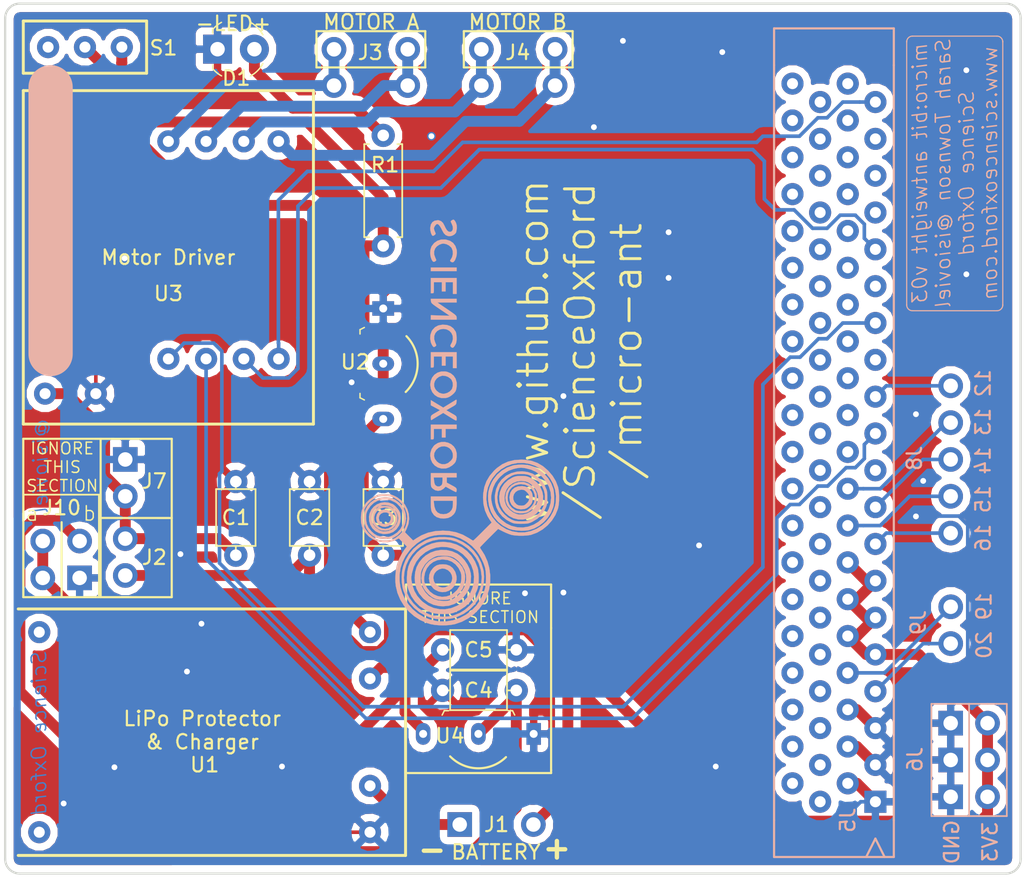
<source format=kicad_pcb>
(kicad_pcb (version 4) (host pcbnew 4.0.7)
  (title_block (title "micro:bit antweight") (date 2019-07-15) (rev v03) (company "Science Oxford @ScienceOxford") (comment 3 "License: CC BY-SA 4.0") (comment 4 "Author: Sarah Townson @isioviel"))
  (layers (0 F.Cu signal) (31 B.Cu signal) (34 B.Paste user hide) (35 F.Paste user hide) (36 B.SilkS user) (37 F.SilkS user) (38 B.Mask user) (39 F.Mask user) (44 Edge.Cuts user))
  (net 0 "")
  (net 1 GND)
  (net 2 "Net-(C2-Pad2)")
  (net 3 "Net-(D1-Pad2)")
  (net 4 "Net-(J1-Pad1)")
  (net 5 "Net-(J1-Pad2)")
  (net 6 "Net-(J3-Pad1)")
  (net 7 "Net-(J3-Pad2)")
  (net 8 "Net-(J4-Pad1)")
  (net 9 "Net-(J4-Pad2)")
  (net 10 "Net-(J5-Pad80)")
  (net 11 "Net-(J5-Pad78)")
  (net 12 "Net-(J5-Pad76)")
  (net 13 "Net-(J5-Pad74)")
  (net 14 "Net-(J5-Pad72)")
  (net 15 "Net-(J5-Pad70)")
  (net 16 "Net-(J5-Pad68)")
  (net 17 "Net-(J5-Pad66)")
  (net 18 "Net-(J5-Pad64)")
  (net 19 "Net-(J5-Pad62)")
  (net 20 "Net-(J5-Pad60)")
  (net 21 "Net-(J5-Pad58)")
  (net 22 "Net-(J5-Pad56)")
  (net 23 "Net-(J5-Pad54)")
  (net 24 "Net-(J5-Pad52)")
  (net 25 "Net-(J5-Pad50)")
  (net 26 "Net-(J5-Pad48)")
  (net 27 "Net-(J5-Pad46)")
  (net 28 "Net-(J5-Pad43)")
  (net 29 "Net-(J5-Pad47)")
  (net 30 "Net-(J5-Pad51)")
  (net 31 "Net-(J5-Pad55)")
  (net 32 "Net-(J5-Pad59)")
  (net 33 "Net-(J5-Pad63)")
  (net 34 "Net-(J5-Pad67)")
  (net 35 "Net-(J5-Pad71)")
  (net 36 "Net-(J5-Pad75)")
  (net 37 "Net-(J5-Pad79)")
  (net 38 P12)
  (net 39 "Net-(J5-Pad49)")
  (net 40 MB8)
  (net 41 "Net-(J5-Pad57)")
  (net 42 MB1)
  (net 43 "Net-(J5-Pad65)")
  (net 44 "Net-(J5-Pad69)")
  (net 45 "Net-(J5-Pad73)")
  (net 46 MB0)
  (net 47 "Net-(J5-Pad44)")
  (net 48 "Net-(J5-Pad4)")
  (net 49 "Net-(J5-Pad2)")
  (net 50 MB2)
  (net 51 "Net-(J5-Pad37)")
  (net 52 P14)
  (net 53 P16)
  (net 54 P3V3)
  (net 55 P_20)
  (net 56 "Net-(J5-Pad39)")
  (net 57 P13)
  (net 58 P15)
  (net 59 P_19)
  (net 60 "Net-(J5-Pad6)")
  (net 61 "Net-(J5-Pad8)")
  (net 62 "Net-(J5-Pad10)")
  (net 63 "Net-(J5-Pad12)")
  (net 64 "Net-(J5-Pad14)")
  (net 65 "Net-(J5-Pad16)")
  (net 66 "Net-(J5-Pad18)")
  (net 67 "Net-(J5-Pad20)")
  (net 68 "Net-(J5-Pad22)")
  (net 69 "Net-(J5-Pad24)")
  (net 70 "Net-(J5-Pad26)")
  (net 71 "Net-(J5-Pad28)")
  (net 72 "Net-(J5-Pad30)")
  (net 73 "Net-(J5-Pad32)")
  (net 74 "Net-(J5-Pad34)")
  (net 75 "Net-(J5-Pad36)")
  (net 76 "Net-(J5-Pad38)")
  (net 77 "Net-(J5-Pad40)")
  (net 78 "Net-(J5-Pad42)")
  (net 79 "Net-(S1-Pad2)")
  (net 80 "Net-(S1-Pad3)")
  (net 81 "Net-(U1-Pad1)")
  (net 82 "Net-(U1-Pad2)")
  (net 83 "Net-(C1-Pad2)")
  (net 84 "Net-(C4-Pad2)")
  (net 85 5V)
  (module microbit_antweight:MotorDriver (layer F.Cu) (at 206.118 114.332 180)
    (fp_text reference U3 (at 0 -2.5 180) (layer F.SilkS))
    (fp_text value MotorDriver)
    (pad 1 thru_hole circle (at 8.5 -9.4 180) (size 1.524 1.524) (drill 0.762) (layers *.Cu *.Mask) (net 83 "Net-(C1-Pad2)"))
    (pad 2 thru_hole circle (at 5 -9.4 180) (size 1.524 1.524) (drill 0.762) (layers *.Cu *.Mask) (net 1 GND))
    (pad 3 thru_hole circle (at 0 -7 180) (size 1.524 1.524) (drill 0.762) (layers *.Cu *.Mask) (net 40 MB8))
    (pad 4 thru_hole circle (at -2.6 -7 180) (size 1.524 1.524) (drill 0.762) (layers *.Cu *.Mask) (net 50 MB2))
    (pad 5 thru_hole circle (at -5.2 -7 180) (size 1.524 1.524) (drill 0.762) (layers *.Cu *.Mask) (net 42 MB1))
    (pad 6 thru_hole circle (at -7.6 -7 180) (size 1.524 1.524) (drill 0.762) (layers *.Cu *.Mask) (net 46 MB0))
    (pad 7 thru_hole circle (at -7.6 8 180) (size 1.524 1.524) (drill 0.762) (layers *.Cu *.Mask) (net 9 "Net-(J4-Pad2)"))
    (pad 8 thru_hole circle (at -5.2 8 180) (size 1.524 1.524) (drill 0.762) (layers *.Cu *.Mask) (net 8 "Net-(J4-Pad1)"))
    (pad 9 thru_hole circle (at -2.6 8 180) (size 1.524 1.524) (drill 0.762) (layers *.Cu *.Mask) (net 7 "Net-(J3-Pad2)"))
    (pad 10 thru_hole circle (at 0 8 180) (size 1.524 1.524) (drill 0.762) (layers *.Cu *.Mask) (net 6 "Net-(J3-Pad1)"))
  )
  (module microbit_antweight:slide_switch (layer F.Cu) (at 200.368 99.832 180)
    (fp_text reference S1 (at -5.412 -0.058 180) (layer F.SilkS))
    (fp_text value switch)
    (pad 1 thru_hole circle (at -2.54 0 180) (size 1.524 1.524) (drill 0.762) (layers *.Cu *.Mask) (net 2 "Net-(C2-Pad2)"))
    (pad 2 thru_hole circle (at 0 0 180) (size 1.524 1.524) (drill 0.762) (layers *.Cu *.Mask) (net 79 "Net-(S1-Pad2)"))
    (pad 3 thru_hole circle (at 2.54 0 180) (size 1.524 1.524) (drill 0.762) (layers *.Cu *.Mask) (net 80 "Net-(S1-Pad3)"))
  )
  (module Resistors_THT:R_Axial_DIN0207_L6.3mm_D2.5mm_P7.62mm_Horizontal (layer F.Cu) (at 220.928 105.92 270)
    (fp_text reference R1 (at 2.03 -0.122 360) (layer F.SilkS))
    (fp_text value 100)
    (pad 1 thru_hole circle (at 0 0 270) (size 1.6 1.6) (drill 0.8) (layers *.Cu *.Mask) (net 3 "Net-(D1-Pad2)"))
    (pad 2 thru_hole oval (at 7.62 0 270) (size 1.6 1.6) (drill 0.8) (layers *.Cu *.Mask) (net 2 "Net-(C2-Pad2)"))
  )
  (module microbit_antweight:LED_3mm_Radial (layer F.Cu) (at 212.048 99.974)
    (fp_text reference D1 (at -1.25 2) (layer F.SilkS))
    (fp_text value LED)
    (pad 2 thru_hole circle (at 0 0) (size 2 2) (drill 1) (layers *.Cu *.Mask) (net 3 "Net-(D1-Pad2)"))
    (pad 1 thru_hole rect (at -2.54 0) (size 2 2) (drill 1) (layers *.Cu *.Mask) (net 1 GND))
  )
  (module microbit_antweight:Pin_Header_Straight_1x02_Pitch_large_doubled (layer F.Cu) (at 220.076 99.982 90)
    (fp_text reference J3 (at -0.218 -0.036 180) (layer F.SilkS))
    (fp_text value Conn_MOT_B)
    (pad 1 thru_hole circle (at 0 -2.54 90) (size 1.7 1.7) (drill 1) (layers *.Cu *.Mask) (net 6 "Net-(J3-Pad1)"))
    (pad 2 thru_hole oval (at 0 2.54 90) (size 1.7 1.7) (drill 1) (layers *.Cu *.Mask) (net 7 "Net-(J3-Pad2)"))
    (pad 1 thru_hole circle (at -2.5 -2.54 90) (size 1.7 1.7) (drill 1) (layers *.Cu *.Mask) (net 6 "Net-(J3-Pad1)"))
    (pad 2 thru_hole oval (at -2.5 2.54 90) (size 1.7 1.7) (drill 1) (layers *.Cu *.Mask) (net 7 "Net-(J3-Pad2)"))
  )
  (module microbit_antweight:Pin_Header_Straight_1x02_Pitch_large_doubled (layer F.Cu) (at 230.236 99.982 90)
    (fp_text reference J4 (at -0.218 -0.036 180) (layer F.SilkS))
    (fp_text value Conn_MOT_A)
    (pad 1 thru_hole circle (at 0 -2.54 90) (size 1.7 1.7) (drill 1) (layers *.Cu *.Mask) (net 8 "Net-(J4-Pad1)"))
    (pad 2 thru_hole oval (at 0 2.54 90) (size 1.7 1.7) (drill 1) (layers *.Cu *.Mask) (net 9 "Net-(J4-Pad2)"))
    (pad 1 thru_hole circle (at -2.5 -2.54 90) (size 1.7 1.7) (drill 1) (layers *.Cu *.Mask) (net 8 "Net-(J4-Pad1)"))
    (pad 2 thru_hole oval (at -2.5 2.54 90) (size 1.7 1.7) (drill 1) (layers *.Cu *.Mask) (net 9 "Net-(J4-Pad2)"))
  )
  (module microbit_antweight:Pin_Header_Straight_1x02_Pitch2.54mm_battery (layer F.Cu) (at 203.148 130.812 180)
    (fp_text reference J7 (at -2 1.042 360) (layer F.SilkS))
    (fp_text value Conn_MOT_EXT)
    (pad 1 thru_hole circle (at 0 0 180) (size 1.7 1.7) (drill 1) (layers *.Cu *.Mask) (net 83 "Net-(C1-Pad2)"))
    (pad 2 thru_hole rect (at 0 2.54 180) (size 1.7 1.7) (drill 1) (layers *.Cu *.Mask) (net 1 GND))
  )
  (module microbit_antweight:Pin_Header_Straight_1x02_Pitch2.54mm (layer F.Cu) (at 203.148 136.273 180)
    (fp_text reference J2 (at -2 1.25 360) (layer F.SilkS))
    (fp_text value Conn_MOT_INT)
    (pad 1 thru_hole circle (at 0 0 180) (size 1.7 1.7) (drill 1) (layers *.Cu *.Mask) (net 2 "Net-(C2-Pad2)"))
    (pad 2 thru_hole oval (at 0 2.54 180) (size 1.7 1.7) (drill 1) (layers *.Cu *.Mask) (net 83 "Net-(C1-Pad2)"))
  )
  (module microbit_antweight:C_Axial_L3.8mm_D2.6mm_P5.0mm_Horizontal (layer F.Cu) (at 210.768 128.526 270)
    (fp_text reference C1 (at 3.75 0 360) (layer F.SilkS))
    (fp_text value 1uF)
    (pad 1 thru_hole circle (at 1.27 0 270) (size 1.6 1.6) (drill 0.8) (layers *.Cu *.Mask) (net 1 GND))
    (pad 2 thru_hole oval (at 6.35 0 270) (size 1.6 1.6) (drill 0.8) (layers *.Cu *.Mask) (net 83 "Net-(C1-Pad2)"))
  )
  (module microbit_antweight:C_Axial_L3.8mm_D2.6mm_P5.0mm_Horizontal (layer F.Cu) (at 215.848 128.526 270)
    (fp_text reference C2 (at 3.75 0 360) (layer F.SilkS))
    (fp_text value 1uF)
    (pad 1 thru_hole circle (at 1.27 0 270) (size 1.6 1.6) (drill 0.8) (layers *.Cu *.Mask) (net 1 GND))
    (pad 2 thru_hole oval (at 6.35 0 270) (size 1.6 1.6) (drill 0.8) (layers *.Cu *.Mask) (net 2 "Net-(C2-Pad2)"))
  )
  (module microbit_antweight:C_Axial_L3.8mm_D2.6mm_P5.0mm_Horizontal (layer F.Cu) (at 220.928 128.526 270)
    (fp_text reference C3 (at 3.75 0 360) (layer F.SilkS))
    (fp_text value 1uF)
    (pad 1 thru_hole circle (at 1.27 0 270) (size 1.6 1.6) (drill 0.8) (layers *.Cu *.Mask) (net 1 GND))
    (pad 2 thru_hole oval (at 6.35 0 270) (size 1.6 1.6) (drill 0.8) (layers *.Cu *.Mask) (net 54 P3V3))
  )
  (module microbit_antweight:LipoCharger (layer F.Cu) (at 208.618 147.082)
    (fp_text reference U1 (at 0 2.25) (layer F.SilkS))
    (fp_text value LipoCharger)
    (pad 1 thru_hole circle (at -11.4 -6.9) (size 1.524 1.524) (drill 0.762) (layers *.Cu *.Mask) (net 81 "Net-(U1-Pad1)"))
    (pad 2 thru_hole circle (at -11.4 6.9) (size 1.524 1.524) (drill 0.762) (layers *.Cu *.Mask) (net 82 "Net-(U1-Pad2)"))
    (pad 3 thru_hole circle (at 11.4 6.9) (size 1.524 1.524) (drill 0.762) (layers *.Cu *.Mask) (net 1 GND))
    (pad 4 thru_hole circle (at 11.4 3.7) (size 1.524 1.524) (drill 0.762) (layers *.Cu *.Mask) (net 5 "Net-(J1-Pad2)"))
    (pad 5 thru_hole circle (at 11.4 -3.7) (size 1.524 1.524) (drill 0.762) (layers *.Cu *.Mask) (net 4 "Net-(J1-Pad1)"))
    (pad 6 thru_hole circle (at 11.4 -6.9) (size 1.524 1.524) (drill 0.762) (layers *.Cu *.Mask) (net 79 "Net-(S1-Pad2)"))
  )
  (module microbit_antweight:Pin_Header_Straight_1x02_Pitch_large_battery (layer F.Cu) (at 228.74 153.45 270)
    (fp_text reference J1 (at 0 0 360) (layer F.SilkS))
    (fp_text value Conn_BAT)
    (pad 1 thru_hole circle (at 0 -2.54 270) (size 1.7 1.7) (drill 1) (layers *.Cu *.Mask) (net 4 "Net-(J1-Pad1)"))
    (pad 2 thru_hole rect (at 0 2.54 270) (size 1.7 1.7) (drill 1) (layers *.Cu *.Mask) (net 5 "Net-(J1-Pad2)"))
  )
  (module microbit_antweight:TO-92-3 (layer F.Cu) (at 228.76 147.2 180)
    (fp_text reference U4 (at 3.23 -0.13 360) (layer F.SilkS))
    (fp_text value MCP1702-5002E_TO92)
    (pad 2 thru_hole oval (at 1.27 0) (size 1 1.5) (drill 0.55) (layers *.Cu *.Mask) (net 84 "Net-(C4-Pad2)"))
    (pad 3 thru_hole oval (at 5.08 0) (size 1 1.5) (drill 0.55) (layers *.Cu *.Mask) (net 85 5V))
    (pad 1 thru_hole rect (at -2.54 0) (size 1 1.5) (drill 0.55) (layers *.Cu *.Mask) (net 1 GND))
  )
  (module microbit_antweight:C_Axial_L3.8mm_D2.6mm_P5.0mm_Horizontal (layer F.Cu) (at 223.75 144.2)
    (fp_text reference C4 (at 3.75 0 180) (layer F.SilkS))
    (fp_text value 1uF)
    (pad 1 thru_hole circle (at 1.27 0) (size 1.6 1.6) (drill 0.8) (layers *.Cu *.Mask) (net 1 GND))
    (pad 2 thru_hole oval (at 6.35 0) (size 1.6 1.6) (drill 0.8) (layers *.Cu *.Mask) (net 84 "Net-(C4-Pad2)"))
  )
  (module microbit_antweight:C_Axial_L3.8mm_D2.6mm_P5.0mm_Horizontal (layer F.Cu) (at 223.75 141.4)
    (fp_text reference C5 (at 3.75 0 180) (layer F.SilkS))
    (fp_text value 1uF)
    (pad 1 thru_hole circle (at 1.27 0) (size 1.6 1.6) (drill 0.8) (layers *.Cu *.Mask) (net 85 5V))
    (pad 2 thru_hole oval (at 6.35 0) (size 1.6 1.6) (drill 0.8) (layers *.Cu *.Mask) (net 1 GND))
  )
  (module microbit_antweight:TO-92-3 (layer F.Cu) (at 220.928 120.398 270)
    (fp_text reference U2 (at 1.152 1.93 360) (layer F.SilkS))
    (fp_text value MCP1700-3302E_TO92)
    (pad 2 thru_hole oval (at 1.27 0 90) (size 1 1.5) (drill 0.55) (layers *.Cu *.Mask) (net 2 "Net-(C2-Pad2)"))
    (pad 3 thru_hole oval (at 5.08 0 90) (size 1 1.5) (drill 0.55) (layers *.Cu *.Mask) (net 54 P3V3))
    (pad 1 thru_hole rect (at -2.54 0 90) (size 1 1.5) (drill 0.55) (layers *.Cu *.Mask) (net 1 GND))
  )
  (module microbit_antweight:so_logo (layer B.Cu) (at 226.2 125.7 270)
    (fp_text reference G*** hide)
    (fp_text value LOGO hide)
  )
  (module microbit_antweight:microbit_edge_connector (layer B.Cu) (at 250.41 127.115 90)
    (fp_text reference J5 (at -26.035 2.54 90) (layer B.SilkS) (effects (justify mirror)))
    (fp_text value microbit_edge_connector)
    (pad 1 thru_hole rect (at -24.765 4.445 90) (size 1.524 1.524) (drill 0.762) (layers *.Cu *.Mask) (net 1 GND))
    (pad 2 thru_hole circle (at -24.765 0.635 90) (size 1.524 1.524) (drill 0.762) (layers *.Cu *.Mask) (net 49 "Net-(J5-Pad2)"))
    (pad 3 thru_hole circle (at -23.495 2.54 90) (size 1.524 1.524) (drill 0.762) (layers *.Cu *.Mask) (net 1 GND))
    (pad 4 thru_hole circle (at -23.495 -1.27 90) (size 1.524 1.524) (drill 0.762) (layers *.Cu *.Mask) (net 48 "Net-(J5-Pad4)"))
    (pad 5 thru_hole circle (at -22.225 4.445 90) (size 1.524 1.524) (drill 0.762) (layers *.Cu *.Mask) (net 1 GND))
    (pad 6 thru_hole circle (at -22.225 0.635 90) (size 1.524 1.524) (drill 0.762) (layers *.Cu *.Mask) (net 60 "Net-(J5-Pad6)"))
    (pad 7 thru_hole circle (at -20.955 2.54 90) (size 1.524 1.524) (drill 0.762) (layers *.Cu *.Mask) (net 1 GND))
    (pad 8 thru_hole circle (at -20.955 -1.27 90) (size 1.524 1.524) (drill 0.762) (layers *.Cu *.Mask) (net 61 "Net-(J5-Pad8)"))
    (pad 9 thru_hole circle (at -19.685 4.445 90) (size 1.524 1.524) (drill 0.762) (layers *.Cu *.Mask) (net 1 GND))
    (pad 10 thru_hole circle (at -19.685 0.635 90) (size 1.524 1.524) (drill 0.762) (layers *.Cu *.Mask) (net 62 "Net-(J5-Pad10)"))
    (pad 11 thru_hole circle (at -18.415 2.54 90) (size 1.524 1.524) (drill 0.762) (layers *.Cu *.Mask) (net 1 GND))
    (pad 12 thru_hole circle (at -18.415 -1.27 90) (size 1.524 1.524) (drill 0.762) (layers *.Cu *.Mask) (net 63 "Net-(J5-Pad12)"))
    (pad 13 thru_hole circle (at -17.145 4.445 90) (size 1.524 1.524) (drill 0.762) (layers *.Cu *.Mask) (net 55 P_20))
    (pad 14 thru_hole circle (at -17.145 0.635 90) (size 1.524 1.524) (drill 0.762) (layers *.Cu *.Mask) (net 64 "Net-(J5-Pad14)"))
    (pad 15 thru_hole circle (at -15.875 2.54 90) (size 1.524 1.524) (drill 0.762) (layers *.Cu *.Mask) (net 59 P_19))
    (pad 16 thru_hole circle (at -15.875 -1.27 90) (size 1.524 1.524) (drill 0.762) (layers *.Cu *.Mask) (net 65 "Net-(J5-Pad16)"))
    (pad 17 thru_hole circle (at -14.605 4.445 90) (size 1.524 1.524) (drill 0.762) (layers *.Cu *.Mask) (net 54 P3V3))
    (pad 18 thru_hole circle (at -14.605 0.635 90) (size 1.524 1.524) (drill 0.762) (layers *.Cu *.Mask) (net 66 "Net-(J5-Pad18)"))
    (pad 19 thru_hole circle (at -13.335 2.54 90) (size 1.524 1.524) (drill 0.762) (layers *.Cu *.Mask) (net 54 P3V3))
    (pad 20 thru_hole circle (at -13.335 -1.27 90) (size 1.524 1.524) (drill 0.762) (layers *.Cu *.Mask) (net 67 "Net-(J5-Pad20)"))
    (pad 21 thru_hole circle (at -12.065 4.445 90) (size 1.524 1.524) (drill 0.762) (layers *.Cu *.Mask) (net 54 P3V3))
    (pad 22 thru_hole circle (at -12.065 0.635 90) (size 1.524 1.524) (drill 0.762) (layers *.Cu *.Mask) (net 68 "Net-(J5-Pad22)"))
    (pad 23 thru_hole circle (at -10.795 2.54 90) (size 1.524 1.524) (drill 0.762) (layers *.Cu *.Mask) (net 54 P3V3))
    (pad 24 thru_hole circle (at -10.795 -1.27 90) (size 1.524 1.524) (drill 0.762) (layers *.Cu *.Mask) (net 69 "Net-(J5-Pad24)"))
    (pad 25 thru_hole circle (at -9.525 4.445 90) (size 1.524 1.524) (drill 0.762) (layers *.Cu *.Mask) (net 54 P3V3))
    (pad 26 thru_hole circle (at -9.525 0.635 90) (size 1.524 1.524) (drill 0.762) (layers *.Cu *.Mask) (net 70 "Net-(J5-Pad26)"))
    (pad 27 thru_hole circle (at -8.255 2.54 90) (size 1.524 1.524) (drill 0.762) (layers *.Cu *.Mask) (net 54 P3V3))
    (pad 28 thru_hole circle (at -8.255 -1.27 90) (size 1.524 1.524) (drill 0.762) (layers *.Cu *.Mask) (net 71 "Net-(J5-Pad28)"))
    (pad 29 thru_hole circle (at -6.985 4.445 90) (size 1.524 1.524) (drill 0.762) (layers *.Cu *.Mask) (net 53 P16))
    (pad 30 thru_hole circle (at -6.985 0.635 90) (size 1.524 1.524) (drill 0.762) (layers *.Cu *.Mask) (net 72 "Net-(J5-Pad30)"))
    (pad 31 thru_hole circle (at -5.715 2.54 90) (size 1.524 1.524) (drill 0.762) (layers *.Cu *.Mask) (net 58 P15))
    (pad 32 thru_hole circle (at -5.715 -1.27 90) (size 1.524 1.524) (drill 0.762) (layers *.Cu *.Mask) (net 73 "Net-(J5-Pad32)"))
    (pad 33 thru_hole circle (at -4.445 4.445 90) (size 1.524 1.524) (drill 0.762) (layers *.Cu *.Mask) (net 52 P14))
    (pad 34 thru_hole circle (at -4.445 0.635 90) (size 1.524 1.524) (drill 0.762) (layers *.Cu *.Mask) (net 74 "Net-(J5-Pad34)"))
    (pad 35 thru_hole circle (at -3.175 2.54 90) (size 1.524 1.524) (drill 0.762) (layers *.Cu *.Mask) (net 57 P13))
    (pad 36 thru_hole circle (at -3.175 -1.27 90) (size 1.524 1.524) (drill 0.762) (layers *.Cu *.Mask) (net 75 "Net-(J5-Pad36)"))
    (pad 37 thru_hole circle (at -1.905 4.445 90) (size 1.524 1.524) (drill 0.762) (layers *.Cu *.Mask) (net 51 "Net-(J5-Pad37)"))
    (pad 38 thru_hole circle (at -1.905 0.635 90) (size 1.524 1.524) (drill 0.762) (layers *.Cu *.Mask) (net 76 "Net-(J5-Pad38)"))
    (pad 39 thru_hole circle (at -0.635 2.54 90) (size 1.524 1.524) (drill 0.762) (layers *.Cu *.Mask) (net 56 "Net-(J5-Pad39)"))
    (pad 40 thru_hole circle (at -0.635 -1.27 90) (size 1.524 1.524) (drill 0.762) (layers *.Cu *.Mask) (net 77 "Net-(J5-Pad40)"))
    (pad 41 thru_hole circle (at 0.635 4.445 90) (size 1.524 1.524) (drill 0.762) (layers *.Cu *.Mask) (net 50 MB2))
    (pad 42 thru_hole circle (at 0.635 0.635 90) (size 1.524 1.524) (drill 0.762) (layers *.Cu *.Mask) (net 78 "Net-(J5-Pad42)"))
    (pad 43 thru_hole circle (at 1.905 2.54 90) (size 1.524 1.524) (drill 0.762) (layers *.Cu *.Mask) (net 28 "Net-(J5-Pad43)"))
    (pad 44 thru_hole circle (at 1.905 -1.27 90) (size 1.524 1.524) (drill 0.762) (layers *.Cu *.Mask) (net 47 "Net-(J5-Pad44)"))
    (pad 45 thru_hole circle (at 3.175 4.445 90) (size 1.524 1.524) (drill 0.762) (layers *.Cu *.Mask) (net 38 P12))
    (pad 46 thru_hole circle (at 3.175 0.635 90) (size 1.524 1.524) (drill 0.762) (layers *.Cu *.Mask) (net 27 "Net-(J5-Pad46)"))
    (pad 47 thru_hole circle (at 4.445 2.54 90) (size 1.524 1.524) (drill 0.762) (layers *.Cu *.Mask) (net 29 "Net-(J5-Pad47)"))
    (pad 48 thru_hole circle (at 4.445 -1.27 90) (size 1.524 1.524) (drill 0.762) (layers *.Cu *.Mask) (net 26 "Net-(J5-Pad48)"))
    (pad 49 thru_hole circle (at 5.715 4.445 90) (size 1.524 1.524) (drill 0.762) (layers *.Cu *.Mask) (net 39 "Net-(J5-Pad49)"))
    (pad 50 thru_hole circle (at 5.715 0.635 90) (size 1.524 1.524) (drill 0.762) (layers *.Cu *.Mask) (net 25 "Net-(J5-Pad50)"))
    (pad 51 thru_hole circle (at 6.985 2.54 90) (size 1.524 1.524) (drill 0.762) (layers *.Cu *.Mask) (net 30 "Net-(J5-Pad51)"))
    (pad 52 thru_hole circle (at 6.985 -1.27 90) (size 1.524 1.524) (drill 0.762) (layers *.Cu *.Mask) (net 24 "Net-(J5-Pad52)"))
    (pad 53 thru_hole circle (at 8.255 4.445 90) (size 1.524 1.524) (drill 0.762) (layers *.Cu *.Mask) (net 40 MB8))
    (pad 54 thru_hole circle (at 8.255 0.635 90) (size 1.524 1.524) (drill 0.762) (layers *.Cu *.Mask) (net 23 "Net-(J5-Pad54)"))
    (pad 55 thru_hole circle (at 9.525 2.54 90) (size 1.524 1.524) (drill 0.762) (layers *.Cu *.Mask) (net 31 "Net-(J5-Pad55)"))
    (pad 56 thru_hole circle (at 9.525 -1.27 90) (size 1.524 1.524) (drill 0.762) (layers *.Cu *.Mask) (net 22 "Net-(J5-Pad56)"))
    (pad 57 thru_hole circle (at 10.795 4.445 90) (size 1.524 1.524) (drill 0.762) (layers *.Cu *.Mask) (net 41 "Net-(J5-Pad57)"))
    (pad 58 thru_hole circle (at 10.795 0.635 90) (size 1.524 1.524) (drill 0.762) (layers *.Cu *.Mask) (net 21 "Net-(J5-Pad58)"))
    (pad 59 thru_hole circle (at 12.065 2.54 90) (size 1.524 1.524) (drill 0.762) (layers *.Cu *.Mask) (net 32 "Net-(J5-Pad59)"))
    (pad 60 thru_hole circle (at 12.065 -1.27 90) (size 1.524 1.524) (drill 0.762) (layers *.Cu *.Mask) (net 20 "Net-(J5-Pad60)"))
    (pad 61 thru_hole circle (at 13.335 4.445 90) (size 1.524 1.524) (drill 0.762) (layers *.Cu *.Mask) (net 42 MB1))
    (pad 62 thru_hole circle (at 13.335 0.635 90) (size 1.524 1.524) (drill 0.762) (layers *.Cu *.Mask) (net 19 "Net-(J5-Pad62)"))
    (pad 63 thru_hole circle (at 14.605 2.54 90) (size 1.524 1.524) (drill 0.762) (layers *.Cu *.Mask) (net 33 "Net-(J5-Pad63)"))
    (pad 64 thru_hole circle (at 14.605 -1.27 90) (size 1.524 1.524) (drill 0.762) (layers *.Cu *.Mask) (net 18 "Net-(J5-Pad64)"))
    (pad 65 thru_hole circle (at 15.875 4.445 90) (size 1.524 1.524) (drill 0.762) (layers *.Cu *.Mask) (net 43 "Net-(J5-Pad65)"))
    (pad 66 thru_hole circle (at 15.875 0.635 90) (size 1.524 1.524) (drill 0.762) (layers *.Cu *.Mask) (net 17 "Net-(J5-Pad66)"))
    (pad 67 thru_hole circle (at 17.145 2.54 90) (size 1.524 1.524) (drill 0.762) (layers *.Cu *.Mask) (net 34 "Net-(J5-Pad67)"))
    (pad 68 thru_hole circle (at 17.145 -1.27 90) (size 1.524 1.524) (drill 0.762) (layers *.Cu *.Mask) (net 16 "Net-(J5-Pad68)"))
    (pad 69 thru_hole circle (at 18.415 4.445 90) (size 1.524 1.524) (drill 0.762) (layers *.Cu *.Mask) (net 44 "Net-(J5-Pad69)"))
    (pad 70 thru_hole circle (at 18.415 0.635 90) (size 1.524 1.524) (drill 0.762) (layers *.Cu *.Mask) (net 15 "Net-(J5-Pad70)"))
    (pad 71 thru_hole circle (at 19.685 2.54 90) (size 1.524 1.524) (drill 0.762) (layers *.Cu *.Mask) (net 35 "Net-(J5-Pad71)"))
    (pad 72 thru_hole circle (at 19.685 -1.27 90) (size 1.524 1.524) (drill 0.762) (layers *.Cu *.Mask) (net 14 "Net-(J5-Pad72)"))
    (pad 73 thru_hole circle (at 20.955 4.445 90) (size 1.524 1.524) (drill 0.762) (layers *.Cu *.Mask) (net 45 "Net-(J5-Pad73)"))
    (pad 74 thru_hole circle (at 20.955 0.635 90) (size 1.524 1.524) (drill 0.762) (layers *.Cu *.Mask) (net 13 "Net-(J5-Pad74)"))
    (pad 75 thru_hole circle (at 22.225 2.54 90) (size 1.524 1.524) (drill 0.762) (layers *.Cu *.Mask) (net 36 "Net-(J5-Pad75)"))
    (pad 76 thru_hole circle (at 22.225 -1.27 90) (size 1.524 1.524) (drill 0.762) (layers *.Cu *.Mask) (net 12 "Net-(J5-Pad76)"))
    (pad 77 thru_hole circle (at 23.495 4.445 90) (size 1.524 1.524) (drill 0.762) (layers *.Cu *.Mask) (net 46 MB0))
    (pad 78 thru_hole circle (at 23.495 0.635 90) (size 1.524 1.524) (drill 0.762) (layers *.Cu *.Mask) (net 11 "Net-(J5-Pad78)"))
    (pad 79 thru_hole circle (at 24.765 2.54 90) (size 1.524 1.524) (drill 0.762) (layers *.Cu *.Mask) (net 37 "Net-(J5-Pad79)"))
    (pad 80 thru_hole circle (at 24.765 -1.27 90) (size 1.524 1.524) (drill 0.762) (layers *.Cu *.Mask) (net 10 "Net-(J5-Pad80)"))
  )
  (module microbit_antweight:Pin_Header_Straight_2x03_Pitch2.54mm (layer B.Cu) (at 262.584 146.4584 180)
    (fp_text reference J6 (at 5 -2.5 270) (layer B.SilkS) (effects (justify mirror)))
    (fp_text value Conn_POW)
    (pad 1 thru_hole circle (at 0 0 180) (size 1.7 1.7) (drill 1) (layers *.Cu *.Mask) (net 54 P3V3))
    (pad 2 thru_hole rect (at 2.54 0 180) (size 1.7 1.7) (drill 1) (layers *.Cu *.Mask) (net 1 GND))
    (pad 3 thru_hole circle (at 0 -2.54 180) (size 1.7 1.7) (drill 1) (layers *.Cu *.Mask) (net 54 P3V3))
    (pad 4 thru_hole rect (at 2.54 -2.54 180) (size 1.7 1.7) (drill 1) (layers *.Cu *.Mask) (net 1 GND))
    (pad 5 thru_hole circle (at 0 -5.08 180) (size 1.7 1.7) (drill 1) (layers *.Cu *.Mask) (net 54 P3V3))
    (pad 6 thru_hole rect (at 2.54 -5.08 180) (size 1.7 1.7) (drill 1) (layers *.Cu *.Mask) (net 1 GND))
  )
  (module microbit_antweight:Pin_Header_Straight_1x02_Pitch2.54mm (layer B.Cu) (at 260.04654 138.432 180)
    (fp_text reference J9 (at 2.23654 -1.088 450) (layer B.SilkS) (effects (justify mirror)))
    (fp_text value Conn_SER)
    (pad 1 thru_hole circle (at 0 0 180) (size 1.7 1.7) (drill 1) (layers *.Cu *.Mask) (net 59 P_19))
    (pad 2 thru_hole oval (at 0 -2.54 180) (size 1.7 1.7) (drill 1) (layers *.Cu *.Mask) (net 55 P_20))
  )
  (module microbit_antweight:Pin_Header_Straight_1x05_Pitch2.54mm (layer B.Cu) (at 260.044 123.192 180)
    (fp_text reference J8 (at 2.5 -5 450) (layer B.SilkS) (effects (justify mirror)))
    (fp_text value Conn_PINS)
    (pad 1 thru_hole circle (at 0 0 180) (size 1.7 1.7) (drill 1) (layers *.Cu *.Mask) (net 38 P12))
    (pad 2 thru_hole oval (at 0 -2.54 180) (size 1.7 1.7) (drill 1) (layers *.Cu *.Mask) (net 57 P13))
    (pad 3 thru_hole oval (at 0 -5.08 180) (size 1.7 1.7) (drill 1) (layers *.Cu *.Mask) (net 52 P14))
    (pad 4 thru_hole oval (at 0 -7.62 180) (size 1.7 1.7) (drill 1) (layers *.Cu *.Mask) (net 58 P15))
    (pad 5 thru_hole oval (at 0 -10.16 180) (size 1.7 1.7) (drill 1) (layers *.Cu *.Mask) (net 53 P16))
  )
  (module microbit_antweight:Pin_Header_Straight_2x02_Pitch2.54mm (layer F.Cu) (at 197.46 133.9)
    (fp_text reference J10 (at 1.3 -2.3) (layer F.SilkS))
    (fp_text value Conn_REG)
    (pad 1 thru_hole oval (at 0 0) (size 1.7 1.7) (drill 1) (layers *.Cu *.Mask) (net 85 5V))
    (pad 2 thru_hole oval (at 2.54 0) (size 1.7 1.7) (drill 1) (layers *.Cu *.Mask) (net 84 "Net-(C4-Pad2)"))
    (pad 3 thru_hole oval (at 0 2.54) (size 1.7 1.7) (drill 1) (layers *.Cu *.Mask) (net 85 5V))
    (pad 4 thru_hole rect (at 2.54 2.54) (size 1.7 1.7) (drill 1) (layers *.Cu *.Mask) (net 1 GND))
  )
  (gr_text "IGNORE\nTHIS SECTION" (at 227.6 138.5) (layer F.SilkS) (effects (font (size 0.8 0.8) (thickness 0.1))))
  (gr_line (start 222.5 136.9) (end 222.6 136.9) (layer F.SilkS) (width 0.15))
  (gr_line (start 222.5 138.6) (end 222.5 136.9) (layer F.SilkS) (width 0.15))
  (gr_text "a    b" (at 198.7 132) (layer F.SilkS) (effects (font (size 1 1) (thickness 0.1))))
  (gr_line (start 232.5 149.9) (end 232.5 149.7) (layer F.SilkS) (width 0.15))
  (gr_line (start 232.5 139.9) (end 232.5 136.9) (layer F.SilkS) (width 0.15))
  (gr_line (start 232.5 136.9) (end 222.6 136.9) (layer F.SilkS) (width 0.15))
  (gr_line (start 232.5 149.7) (end 232.5 139.9) (layer F.SilkS) (width 0.15))
  (gr_line (start 222.6 149.9) (end 232.5 149.9) (layer F.SilkS) (width 0.15))
  (gr_text "www.github.com\n/ScienceOxford\n/micro-ant" (at 260 108.5 90) (layer F.Cu) (effects (font (size 1 1) (thickness 0.1))))
  (gr_text "micro:bit antweight v03\nSarah Townson @isioviel\nScience Oxford\nwww.scienceoxford.com" (at 260.333 108.49 90) (layer B.SilkS) (effects (font (size 1 1) (thickness 0.1) italic) (justify mirror)))
  (gr_line (start 198 102.6) (end 198 121) (layer B.SilkS) (width 3.05))
  (gr_text "Science Oxford" (at 197.2 147.1 90) (layer B.Cu) (effects (font (size 1 1) (thickness 0.1) italic) (justify mirror)))
  (gr_text @isioviel (at 197.3 128.7 90) (layer B.Cu) (effects (font (size 1 1) (thickness 0.1) italic) (justify mirror)))
  (gr_arc (start 263.868 97.832) (end 263.868 96.832) (angle 90) (layer Edge.Cuts) (width 0.15))
  (gr_arc (start 195.868 97.832) (end 194.868 97.832) (angle 90) (layer Edge.Cuts) (width 0.15))
  (gr_arc (start 195.868 155.832) (end 195.868 156.832) (angle 90) (layer Edge.Cuts) (width 0.15))
  (gr_arc (start 263.868 155.832) (end 264.868 155.832) (angle 90) (layer Edge.Cuts) (width 0.15))
  (gr_line (start 257.412 99.073) (end 263.235 99.073) (angle 90) (layer B.SilkS) (width 0.08))
  (gr_arc (start 263.235 99.473) (end 263.635 99.473) (angle -90) (layer B.SilkS) (width 0.08))
  (gr_line (start 263.635 99.4285) (end 263.635 117.634) (angle 90) (layer B.SilkS) (width 0.08))
  (gr_text GND (at 260.1202 154.6626 90) (layer B.SilkS) (effects (font (size 1 1)) (justify mirror)))
  (gr_text "IGNORE\nTHIS\nSECTION" (at 198.8 128.8) (layer F.SilkS) (effects (font (size 0.8 0.8) (thickness 0.1))))
  (gr_line (start 201.449448 137.767152) (end 201.449448 126.845152) (layer F.SilkS) (width 0.15))
  (gr_line (start 206.35 132.31) (end 201.449448 132.306152) (layer F.SilkS) (width 0.15))
  (gr_line (start 206.35 126.845152) (end 206.35 137.767152) (layer F.SilkS) (width 0.15))
  (gr_line (start 196.115448 126.845152) (end 206.35 126.85) (layer F.SilkS) (width 0.15))
  (gr_line (start 196.115448 137.767152) (end 196.115448 126.845152) (layer F.SilkS) (width 0.15))
  (gr_line (start 206.35 137.77) (end 196.115448 137.767152) (layer F.SilkS) (width 0.15))
  (gr_arc (start 257.412 117.615) (end 257.012 117.615) (angle -90) (layer B.SilkS) (width 0.08))
  (gr_arc (start 263.235 117.615) (end 263.635 117.615) (angle 90) (layer B.SilkS) (width 0.08))
  (gr_arc (start 257.412 99.473) (end 257.012 99.473) (angle 90) (layer B.SilkS) (width 0.08))
  (gr_line (start 257.412 118.015) (end 263.235 118.01522) (angle 90) (layer B.SilkS) (width 0.08))
  (gr_line (start 257.012 99.4285) (end 257.012 117.615) (angle 90) (layer B.SilkS) (width 0.08))
  (gr_text "19 20" (at 262.3427 139.73756 90) (layer B.SilkS) (effects (font (size 1 1)) (justify mirror)))
  (gr_text 3V3 (at 262.7618 154.6626 90) (layer B.SilkS) (effects (font (size 1 1)) (justify mirror)))
  (gr_text BATTERY (at 228.7 155.35) (layer F.SilkS) (effects (font (size 1 1))))
  (gr_text + (at 232.9 155.05) (layer F.SilkS) (effects (font (size 1.5 1.5) (thickness 0.3))))
  (gr_text - (at 224.3 155.15) (layer F.SilkS) (effects (font (size 1.5 1.5) (thickness 0.3))))
  (gr_text "12 13 14 15 16" (at 262.2792 128.3482 90) (layer B.SilkS) (effects (font (size 1 1)) (justify mirror)))
  (gr_text "MOTOR B" (at 230.2 98.1) (layer F.SilkS) (effects (font (size 1 1))))
  (gr_text "MOTOR A" (at 220.1 98.1) (layer F.SilkS) (effects (font (size 1 1))))
  (gr_text -LED+ (at 210.6 98.2) (layer F.SilkS) (effects (font (size 1 1))))
  (gr_text "LiPo Protector\n& Charger" (at 208.45 146.95) (layer F.SilkS) (effects (font (size 1 1))))
  (gr_text "Motor Driver" (at 206.118 114.332) (layer F.SilkS) (effects (font (size 1 1))))
  (gr_text "www.github.com\n/ScienceOxford\n/micro-ant" (at 234.5 120.8 90) (layer F.SilkS) (effects (font (size 2 2) (thickness 0.2))))
  (gr_line (start 264.868 97.832) (end 264.868 155.832) (angle 90) (layer Edge.Cuts) (width 0.15))
  (gr_line (start 195.868 156.832) (end 263.868 156.832) (angle 90) (layer Edge.Cuts) (width 0.15))
  (gr_line (start 195.868 96.832) (end 263.868 96.832) (angle 90) (layer Edge.Cuts) (width 0.15))
  (gr_line (start 194.868 97.832) (end 194.868 155.832) (angle 90) (layer Edge.Cuts) (width 0.15))
  (segment (start 201.118 123.732) (end 201.118 116.382) (width 0.25) (layer F.Cu) (net 1))
  (segment (start 201.118 116.382) (end 203.1 114.4) (width 0.25) (layer F.Cu) (net 1))
  (via (at 203.1 114.4) (size 0.6) (drill 0.4) (layers F.Cu B.Cu) (net 1))
  (segment (start 198.9 152.6) (end 198.9 152.4) (width 0.25) (layer B.Cu) (net 1))
  (segment (start 198.9 155.7) (end 198.9 152.6) (width 0.25) (layer B.Cu) (net 1))
  (segment (start 198.9 152.6) (end 198.9 152) (width 0.25) (layer B.Cu) (net 1))
  (segment (start 201.9 155.7) (end 198.9 155.7) (width 0.25) (layer B.Cu) (net 1))
  (segment (start 202.4 155.2) (end 201.9 155.7) (width 0.25) (layer B.Cu) (net 1))
  (segment (start 202.4 149.5) (end 202.4 155.2) (width 0.25) (layer B.Cu) (net 1))
  (segment (start 233.35 137.45) (end 230.75 137.45) (width 0.25) (layer B.Cu) (net 1))
  (segment (start 230.75 137.45) (end 230.7 137.5) (width 0.25) (layer B.Cu) (net 1))
  (via (at 230.7 137.5) (size 0.6) (drill 0.4) (layers F.Cu B.Cu) (net 1))
  (via (at 198.9 152) (size 0.6) (drill 0.4) (layers F.Cu B.Cu) (net 1))
  (segment (start 207.4 142.9) (end 207.4 140.6) (width 0.25) (layer B.Cu) (net 1))
  (segment (start 207.4 140.6) (end 208.4 139.6) (width 0.25) (layer B.Cu) (net 1))
  (via (at 208.4 139.6) (size 0.6) (drill 0.4) (layers F.Cu B.Cu) (net 1))
  (segment (start 261.125 115.5) (end 263.5 115.5) (width 0.25) (layer F.Cu) (net 1))
  (segment (start 263.5 115.5) (end 264 115) (width 0.25) (layer F.Cu) (net 1))
  (segment (start 264 115) (end 264 102) (width 0.25) (layer F.Cu) (net 1))
  (segment (start 264 102) (end 263.425 101.425) (width 0.25) (layer F.Cu) (net 1))
  (segment (start 263.425 101.425) (end 261.125 101.425) (width 0.25) (layer F.Cu) (net 1))
  (segment (start 247.5 156.05) (end 249.673 156.05) (width 0.25) (layer B.Cu) (net 1))
  (segment (start 249.673 156.05) (end 253.843 151.88) (width 0.25) (layer B.Cu) (net 1))
  (segment (start 253.843 151.88) (end 254.855 151.88) (width 0.25) (layer B.Cu) (net 1))
  (segment (start 243.85 152.4) (end 247.5 156.05) (width 0.25) (layer B.Cu) (net 1))
  (segment (start 243.85 149.45) (end 243.85 152.4) (width 0.25) (layer B.Cu) (net 1))
  (segment (start 252.755999 152.967001) (end 253.843 151.88) (width 0.25) (layer B.Cu) (net 1))
  (segment (start 242.7 134.2) (end 243.85 135.35) (width 0.25) (layer F.Cu) (net 1))
  (segment (start 243.85 135.35) (end 243.85 149.45) (width 0.25) (layer F.Cu) (net 1))
  (via (at 243.85 149.45) (size 0.6) (drill 0.4) (layers F.Cu B.Cu) (net 1))
  (segment (start 233.35 137.45) (end 239.45 137.45) (width 0.25) (layer B.Cu) (net 1))
  (segment (start 239.45 137.45) (end 242.7 134.2) (width 0.25) (layer B.Cu) (net 1))
  (via (at 242.7 134.2) (size 0.6) (drill 0.4) (layers F.Cu B.Cu) (net 1))
  (segment (start 233.35 123.9) (end 233.35 137.45) (width 0.25) (layer F.Cu) (net 1))
  (via (at 233.35 137.45) (size 0.6) (drill 0.4) (layers F.Cu B.Cu) (net 1))
  (segment (start 240.6 115.75) (end 240.6 116.65) (width 0.25) (layer B.Cu) (net 1))
  (segment (start 240.6 116.65) (end 233.35 123.9) (width 0.25) (layer B.Cu) (net 1))
  (via (at 233.35 123.9) (size 0.6) (drill 0.4) (layers F.Cu B.Cu) (net 1))
  (segment (start 240.6 112.6) (end 240.6 115.75) (width 0.25) (layer B.Cu) (net 1))
  (via (at 240.6 115.75) (size 0.6) (drill 0.4) (layers F.Cu B.Cu) (net 1))
  (segment (start 235.45 105.352001) (end 235.45 107.45) (width 0.25) (layer F.Cu) (net 1))
  (segment (start 235.45 107.45) (end 240.6 112.6) (width 0.25) (layer F.Cu) (net 1))
  (via (at 240.6 112.6) (size 0.6) (drill 0.4) (layers F.Cu B.Cu) (net 1))
  (segment (start 257.65 132.2) (end 258.074264 132.2) (width 0.25) (layer B.Cu) (net 1))
  (segment (start 258.074264 132.2) (end 258.097265 132.176999) (width 0.25) (layer B.Cu) (net 1))
  (segment (start 258.097265 132.176999) (end 260.608001 132.176999) (width 0.25) (layer B.Cu) (net 1))
  (segment (start 260.608001 132.176999) (end 261.221541 132.790539) (width 0.25) (layer B.Cu) (net 1))
  (segment (start 261.221541 132.790539) (end 261.221541 144.180859) (width 0.25) (layer B.Cu) (net 1))
  (segment (start 261.221541 144.180859) (end 260.044 145.3584) (width 0.25) (layer B.Cu) (net 1))
  (segment (start 260.044 145.3584) (end 260.044 146.4584) (width 0.25) (layer B.Cu) (net 1))
  (segment (start 258.15 129.75) (end 257.65 130.25) (width 0.25) (layer F.Cu) (net 1))
  (segment (start 257.65 130.25) (end 257.65 132.2) (width 0.25) (layer F.Cu) (net 1))
  (via (at 257.65 132.2) (size 0.6) (drill 0.4) (layers F.Cu B.Cu) (net 1))
  (segment (start 257.65 125.15) (end 257.65 129.25) (width 0.25) (layer F.Cu) (net 1))
  (segment (start 257.65 129.25) (end 258.15 129.75) (width 0.25) (layer F.Cu) (net 1))
  (via (at 258.15 129.75) (size 0.6) (drill 0.4) (layers F.Cu B.Cu) (net 1))
  (segment (start 261.125 115.5) (end 257.65 118.975) (width 0.25) (layer F.Cu) (net 1))
  (segment (start 257.65 118.975) (end 257.65 125.15) (width 0.25) (layer F.Cu) (net 1))
  (via (at 257.65 125.15) (size 0.6) (drill 0.4) (layers F.Cu B.Cu) (net 1))
  (via (at 261.125 115.5) (size 0.6) (drill 0.4) (layers F.Cu B.Cu) (net 1))
  (segment (start 244.3 100.175) (end 259.875 100.175) (width 0.25) (layer F.Cu) (net 1))
  (segment (start 259.875 100.175) (end 261.125 101.425) (width 0.25) (layer F.Cu) (net 1))
  (via (at 261.125 101.425) (size 0.6) (drill 0.4) (layers F.Cu B.Cu) (net 1))
  (segment (start 237.45 99.4) (end 243.525 99.4) (width 0.25) (layer F.Cu) (net 1))
  (segment (start 243.525 99.4) (end 244.3 100.175) (width 0.25) (layer F.Cu) (net 1))
  (via (at 244.3 100.175) (size 0.6) (drill 0.4) (layers F.Cu B.Cu) (net 1))
  (segment (start 235.45 105.352001) (end 235.45 101.4) (width 0.25) (layer F.Cu) (net 1))
  (segment (start 235.45 101.4) (end 237.45 99.4) (width 0.25) (layer F.Cu) (net 1))
  (via (at 237.45 99.4) (size 0.6) (drill 0.4) (layers F.Cu B.Cu) (net 1))
  (segment (start 224.25 105.975) (end 234.827001 105.975) (width 0.25) (layer F.Cu) (net 1))
  (via (at 235.45 105.352001) (size 0.6) (drill 0.4) (layers F.Cu B.Cu) (net 1))
  (segment (start 234.827001 105.975) (end 235.45 105.352001) (width 0.25) (layer F.Cu) (net 1))
  (segment (start 220.928 117.858) (end 220.928 117.108) (width 0.25) (layer F.Cu) (net 1))
  (segment (start 220.928 117.108) (end 224.25 113.786) (width 0.25) (layer F.Cu) (net 1))
  (segment (start 224.25 113.786) (end 224.25 105.975) (width 0.25) (layer F.Cu) (net 1))
  (via (at 224.25 105.975) (size 0.6) (drill 0.4) (layers F.Cu B.Cu) (net 1))
  (segment (start 213.95 149.45) (end 207.4 142.9) (width 0.25) (layer B.Cu) (net 1))
  (via (at 207.4 142.9) (size 0.6) (drill 0.4) (layers F.Cu B.Cu) (net 1))
  (segment (start 202.4 149.5) (end 213.9 149.5) (width 0.25) (layer F.Cu) (net 1))
  (segment (start 213.9 149.5) (end 213.95 149.45) (width 0.25) (layer F.Cu) (net 1))
  (via (at 213.95 149.45) (size 0.6) (drill 0.4) (layers F.Cu B.Cu) (net 1))
  (segment (start 202.4 149.5) (end 202.4 139.35) (width 0.25) (layer B.Cu) (net 1))
  (via (at 206.95 134.8) (size 0.6) (drill 0.4) (layers F.Cu B.Cu) (net 1))
  (segment (start 202.4 139.35) (end 206.95 134.8) (width 0.25) (layer B.Cu) (net 1))
  (segment (start 220.928 129.796) (end 218.75 127.618) (width 0.25) (layer B.Cu) (net 1))
  (segment (start 218.75 127.618) (end 218.75 122.95) (width 0.25) (layer B.Cu) (net 1))
  (via (at 218.75 122.95) (size 0.6) (drill 0.4) (layers F.Cu B.Cu) (net 1))
  (segment (start 220.018 153.982) (end 206.882 153.982) (width 0.25) (layer F.Cu) (net 1))
  (segment (start 206.882 153.982) (end 202.4 149.5) (width 0.25) (layer F.Cu) (net 1))
  (via (at 202.4 149.5) (size 0.6) (drill 0.4) (layers F.Cu B.Cu) (net 1))
  (segment (start 252.95 150.61) (end 253.585 150.61) (width 0.75) (layer F.Cu) (net 1))
  (segment (start 253.585 150.61) (end 254.855 151.88) (width 0.75) (layer F.Cu) (net 1))
  (segment (start 252.95 148.07) (end 253.585 148.07) (width 0.75) (layer F.Cu) (net 1))
  (segment (start 253.585 148.07) (end 254.855 149.34) (width 0.75) (layer F.Cu) (net 1))
  (segment (start 252.95 145.53) (end 253.585 145.53) (width 0.75) (layer F.Cu) (net 1))
  (segment (start 253.585 145.53) (end 254.855 146.8) (width 0.75) (layer F.Cu) (net 1))
  (segment (start 202.908 99.832) (end 202.908 100.90963) (width 0.75) (layer F.Cu) (net 2))
  (segment (start 202.908 100.90963) (end 202.9 100.91763) (width 0.75) (layer F.Cu) (net 2))
  (segment (start 202.9 100.91763) (end 202.9 103) (width 0.75) (layer F.Cu) (net 2))
  (segment (start 220.928 110.219722) (end 220.928 113.54) (width 0.75) (layer F.Cu) (net 2))
  (segment (start 202.9 103) (end 204.894999 104.994999) (width 0.75) (layer F.Cu) (net 2))
  (segment (start 204.894999 104.994999) (end 215.703277 104.994999) (width 0.75) (layer F.Cu) (net 2))
  (segment (start 215.703277 104.994999) (end 220.928 110.219722) (width 0.75) (layer F.Cu) (net 2))
  (segment (start 203.148 136.273) (end 214.451 136.273) (width 0.75) (layer F.Cu) (net 2))
  (segment (start 214.451 136.273) (end 215.848 134.876) (width 0.75) (layer F.Cu) (net 2))
  (segment (start 220.928 121.668) (end 220.928 122.918) (width 0.75) (layer F.Cu) (net 2))
  (segment (start 218.173011 135.915865) (end 221.355001 139.097855) (width 0.75) (layer F.Cu) (net 2))
  (segment (start 220.659761 141.519001) (end 219.376239 141.519001) (width 0.75) (layer F.Cu) (net 2))
  (segment (start 220.928 122.918) (end 218.173011 125.672989) (width 0.75) (layer F.Cu) (net 2))
  (segment (start 215.848 137.990762) (end 215.848 136.00737) (width 0.75) (layer F.Cu) (net 2))
  (segment (start 218.173011 125.672989) (end 218.173011 135.915865) (width 0.75) (layer F.Cu) (net 2))
  (segment (start 221.355001 139.097855) (end 221.355001 140.823761) (width 0.75) (layer F.Cu) (net 2))
  (segment (start 221.355001 140.823761) (end 220.659761 141.519001) (width 0.75) (layer F.Cu) (net 2))
  (segment (start 215.848 136.00737) (end 215.848 134.876) (width 0.75) (layer F.Cu) (net 2))
  (segment (start 219.376239 141.519001) (end 215.848 137.990762) (width 0.75) (layer F.Cu) (net 2))
  (segment (start 220.928 113.54) (end 219.79663 113.54) (width 0.75) (layer F.Cu) (net 2))
  (segment (start 219.602999 113.733631) (end 219.602999 119.092999) (width 0.75) (layer F.Cu) (net 2))
  (segment (start 219.79663 113.54) (end 219.602999 113.733631) (width 0.75) (layer F.Cu) (net 2))
  (segment (start 219.602999 119.092999) (end 220.928 120.418) (width 0.75) (layer F.Cu) (net 2))
  (segment (start 220.928 120.418) (end 220.928 121.668) (width 0.75) (layer F.Cu) (net 2))
  (segment (start 212.048 99.974) (end 212.048 101.388213) (width 0.75) (layer F.Cu) (net 3))
  (segment (start 212.048 101.388213) (end 214.704776 104.044989) (width 0.75) (layer F.Cu) (net 3))
  (segment (start 214.704776 104.044989) (end 219.052989 104.044989) (width 0.75) (layer F.Cu) (net 3))
  (segment (start 219.052989 104.044989) (end 220.128001 105.120001) (width 0.75) (layer F.Cu) (net 3))
  (segment (start 220.128001 105.120001) (end 220.928 105.92) (width 0.75) (layer F.Cu) (net 3))
  (segment (start 233.655011 145.720009) (end 233.655011 151.074989) (width 0.75) (layer F.Cu) (net 4))
  (segment (start 233.655011 151.074989) (end 231.28 153.45) (width 0.75) (layer F.Cu) (net 4))
  (segment (start 220.018 143.382) (end 220.779999 142.620001) (width 0.75) (layer F.Cu) (net 4))
  (segment (start 230.760001 140.024999) (end 233.655011 142.920009) (width 0.75) (layer F.Cu) (net 4))
  (segment (start 220.779999 142.620001) (end 221.764997 142.620001) (width 0.75) (layer F.Cu) (net 4))
  (segment (start 221.764997 142.620001) (end 224.359999 140.024999) (width 0.75) (layer F.Cu) (net 4))
  (segment (start 224.359999 140.024999) (end 230.760001 140.024999) (width 0.75) (layer F.Cu) (net 4))
  (segment (start 233.655011 142.920009) (end 233.655011 145.720009) (width 0.75) (layer F.Cu) (net 4))
  (segment (start 222.686 153.45) (end 226.2 153.45) (width 0.75) (layer F.Cu) (net 5))
  (segment (start 222.686 153.45) (end 220.018 150.782) (width 0.75) (layer F.Cu) (net 5))
  (segment (start 217.536 102.482) (end 209.968 102.482) (width 0.75) (layer B.Cu) (net 6))
  (segment (start 209.968 102.482) (end 206.118 106.332) (width 0.75) (layer B.Cu) (net 6))
  (segment (start 217.536 102.482) (end 217.536 99.982) (width 0.75) (layer B.Cu) (net 6))
  (segment (start 222.616 102.482) (end 220.987482 102.482) (width 0.75) (layer B.Cu) (net 7))
  (segment (start 220.987482 102.482) (end 219.562481 103.907001) (width 0.75) (layer B.Cu) (net 7))
  (segment (start 219.562481 103.907001) (end 211.142999 103.907001) (width 0.75) (layer B.Cu) (net 7))
  (segment (start 211.142999 103.907001) (end 208.718 106.332) (width 0.75) (layer B.Cu) (net 7))
  (segment (start 222.616 102.482) (end 222.616 99.982) (width 0.75) (layer B.Cu) (net 7))
  (segment (start 211.95 105.7) (end 212.655001 104.994999) (width 0.75) (layer B.Cu) (net 8))
  (segment (start 212.655001 104.994999) (end 219.817999 104.994999) (width 0.75) (layer B.Cu) (net 8))
  (segment (start 219.817999 104.994999) (end 220.512998 104.3) (width 0.75) (layer B.Cu) (net 8))
  (segment (start 220.512998 104.3) (end 225.878 104.3) (width 0.75) (layer B.Cu) (net 8))
  (segment (start 225.878 104.3) (end 226.846001 103.331999) (width 0.75) (layer B.Cu) (net 8))
  (segment (start 226.846001 103.331999) (end 227.696 102.482) (width 0.75) (layer B.Cu) (net 8))
  (segment (start 211.318 106.332) (end 211.95 105.7) (width 0.75) (layer B.Cu) (net 8))
  (segment (start 211.95 105.7) (end 212.5 105.15) (width 0.75) (layer B.Cu) (net 8))
  (segment (start 227.696 99.982) (end 227.696 102.482) (width 0.75) (layer B.Cu) (net 8))
  (segment (start 224.254999 107.295001) (end 226.6 104.95) (width 0.75) (layer B.Cu) (net 9))
  (segment (start 226.6 104.95) (end 230.308 104.95) (width 0.75) (layer B.Cu) (net 9))
  (segment (start 230.308 104.95) (end 231.308 103.95) (width 0.75) (layer B.Cu) (net 9))
  (segment (start 231.308 103.95) (end 232.776 102.482) (width 0.75) (layer B.Cu) (net 9))
  (segment (start 213.718 106.332) (end 214.681001 107.295001) (width 0.75) (layer B.Cu) (net 9))
  (segment (start 214.681001 107.295001) (end 224.254999 107.295001) (width 0.75) (layer B.Cu) (net 9))
  (segment (start 232.776 99.982) (end 232.776 102.482) (width 0.75) (layer B.Cu) (net 9))
  (segment (start 260.044 123.192) (end 255.603 123.192) (width 0.25) (layer B.Cu) (net 38))
  (segment (start 255.603 123.192) (end 254.855 123.94) (width 0.25) (layer B.Cu) (net 38))
  (segment (start 248.984237 121.217001) (end 249.661761 121.217001) (width 0.25) (layer B.Cu) (net 40))
  (segment (start 206.118 121.332) (end 207.205001 120.244999) (width 0.25) (layer B.Cu) (net 40))
  (segment (start 207.205001 120.244999) (end 209.244999 120.244999) (width 0.25) (layer B.Cu) (net 40))
  (segment (start 237.474999 145.325001) (end 247.1 135.7) (width 0.25) (layer B.Cu) (net 40))
  (segment (start 209.642999 135.416001) (end 215.926988 141.69999) (width 0.25) (layer B.Cu) (net 40))
  (segment (start 209.244999 120.244999) (end 209.805001 120.805001) (width 0.25) (layer B.Cu) (net 40))
  (segment (start 247.1 135.7) (end 247.1 123.101238) (width 0.25) (layer B.Cu) (net 40))
  (segment (start 215.926988 141.69999) (end 215.936401 141.699991) (width 0.25) (layer B.Cu) (net 40))
  (segment (start 209.805001 129.093997) (end 209.642999 129.255999) (width 0.25) (layer B.Cu) (net 40))
  (segment (start 209.805001 120.805001) (end 209.805001 129.093997) (width 0.25) (layer B.Cu) (net 40))
  (segment (start 209.642999 129.255999) (end 209.642999 135.416001) (width 0.25) (layer B.Cu) (net 40))
  (segment (start 219.561411 145.325001) (end 237.474999 145.325001) (width 0.25) (layer B.Cu) (net 40))
  (segment (start 215.936401 141.699991) (end 219.561411 145.325001) (width 0.25) (layer B.Cu) (net 40))
  (segment (start 247.1 123.101238) (end 248.984237 121.217001) (width 0.25) (layer B.Cu) (net 40))
  (segment (start 250.931761 119.947001) (end 251.524237 119.947001) (width 0.25) (layer B.Cu) (net 40))
  (segment (start 249.661761 121.217001) (end 250.931761 119.947001) (width 0.25) (layer B.Cu) (net 40))
  (segment (start 251.524237 119.947001) (end 252.611238 118.86) (width 0.25) (layer B.Cu) (net 40))
  (segment (start 252.611238 118.86) (end 253.77737 118.86) (width 0.25) (layer B.Cu) (net 40))
  (segment (start 253.77737 118.86) (end 254.855 118.86) (width 0.25) (layer B.Cu) (net 40))
  (segment (start 247.95 111.057001) (end 249.253239 111.057001) (width 0.25) (layer B.Cu) (net 42))
  (segment (start 247.2 107.7) (end 247.2 110.307001) (width 0.25) (layer B.Cu) (net 42))
  (segment (start 247.2 110.307001) (end 247.95 111.057001) (width 0.25) (layer B.Cu) (net 42))
  (segment (start 246.4 106.9) (end 247.2 107.7) (width 0.25) (layer B.Cu) (net 42))
  (segment (start 227.55 106.9) (end 246.4 106.9) (width 0.25) (layer B.Cu) (net 42))
  (segment (start 224.9 109.55) (end 227.55 106.9) (width 0.25) (layer B.Cu) (net 42))
  (segment (start 216.3 109.55) (end 224.7 109.55) (width 0.25) (layer B.Cu) (net 42))
  (segment (start 224.7 109.55) (end 224.9 109.55) (width 0.25) (layer B.Cu) (net 42))
  (segment (start 215.05 118.5) (end 215.05 110.8) (width 0.25) (layer B.Cu) (net 42))
  (segment (start 215.05 110.8) (end 216.3 109.55) (width 0.25) (layer B.Cu) (net 42))
  (segment (start 250.523239 112.327001) (end 249.253239 111.057001) (width 0.25) (layer B.Cu) (net 42))
  (segment (start 252.428239 111.422999) (end 251.524237 112.327001) (width 0.25) (layer B.Cu) (net 42))
  (segment (start 251.524237 112.327001) (end 250.523239 112.327001) (width 0.25) (layer B.Cu) (net 42))
  (segment (start 253.471761 111.422999) (end 252.428239 111.422999) (width 0.25) (layer B.Cu) (net 42))
  (segment (start 254.093001 112.044239) (end 253.471761 111.422999) (width 0.25) (layer B.Cu) (net 42))
  (segment (start 254.093001 113.018001) (end 254.093001 112.044239) (width 0.25) (layer B.Cu) (net 42))
  (segment (start 254.855 113.78) (end 254.093001 113.018001) (width 0.25) (layer B.Cu) (net 42))
  (segment (start 211.318 121.332) (end 212.636 122.65) (width 0.25) (layer B.Cu) (net 42))
  (segment (start 212.636 122.65) (end 214.4 122.65) (width 0.25) (layer B.Cu) (net 42))
  (segment (start 214.4 122.65) (end 215.05 122) (width 0.25) (layer B.Cu) (net 42))
  (segment (start 215.05 122) (end 215.05 118.5) (width 0.25) (layer B.Cu) (net 42))
  (segment (start 224.4 108.402998) (end 226.402998 106.4) (width 0.25) (layer B.Cu) (net 46))
  (segment (start 247.1 105.977001) (end 249.619237 105.977001) (width 0.25) (layer B.Cu) (net 46))
  (segment (start 226.402998 106.4) (end 246.677001 106.4) (width 0.25) (layer B.Cu) (net 46))
  (segment (start 246.677001 106.4) (end 247.1 105.977001) (width 0.25) (layer B.Cu) (net 46))
  (segment (start 213.7 110.4) (end 215.697002 108.402998) (width 0.25) (layer B.Cu) (net 46))
  (segment (start 215.697002 108.402998) (end 224.4 108.402998) (width 0.25) (layer B.Cu) (net 46))
  (segment (start 213.7 120.23637) (end 213.7 110.4) (width 0.25) (layer B.Cu) (net 46))
  (segment (start 213.718 121.332) (end 213.718 120.25437) (width 0.25) (layer B.Cu) (net 46))
  (segment (start 213.718 120.25437) (end 213.7 120.23637) (width 0.25) (layer B.Cu) (net 46))
  (segment (start 253.77737 103.62) (end 254.855 103.62) (width 0.25) (layer B.Cu) (net 46))
  (segment (start 249.619237 105.977001) (end 250.889237 104.707001) (width 0.25) (layer B.Cu) (net 46))
  (segment (start 250.889237 104.707001) (end 251.524237 104.707001) (width 0.25) (layer B.Cu) (net 46))
  (segment (start 251.524237 104.707001) (end 252.611238 103.62) (width 0.25) (layer B.Cu) (net 46))
  (segment (start 252.611238 103.62) (end 253.77737 103.62) (width 0.25) (layer B.Cu) (net 46))
  (segment (start 208.718 121.332) (end 208.718 135.127412) (width 0.25) (layer B.Cu) (net 50))
  (segment (start 248.984237 131.377001) (end 249.619237 131.377001) (width 0.25) (layer B.Cu) (net 50))
  (segment (start 208.718 135.127412) (end 215.740588 142.15) (width 0.25) (layer B.Cu) (net 50))
  (segment (start 248.052999 136.183411) (end 248.052999 132.308239) (width 0.25) (layer B.Cu) (net 50))
  (segment (start 254.093001 128.215761) (end 254.093001 127.241999) (width 0.25) (layer B.Cu) (net 50))
  (segment (start 215.740588 142.15) (end 215.75 142.15) (width 0.25) (layer B.Cu) (net 50))
  (segment (start 215.75 142.15) (end 219.72499 146.12499) (width 0.25) (layer B.Cu) (net 50))
  (segment (start 219.72499 146.12499) (end 238.11142 146.12499) (width 0.25) (layer B.Cu) (net 50))
  (segment (start 254.093001 127.241999) (end 254.855 126.48) (width 0.25) (layer B.Cu) (net 50))
  (segment (start 238.11142 146.12499) (end 248.052999 136.183411) (width 0.25) (layer B.Cu) (net 50))
  (segment (start 248.052999 132.308239) (end 248.984237 131.377001) (width 0.25) (layer B.Cu) (net 50))
  (segment (start 249.619237 131.377001) (end 250.889237 130.107001) (width 0.25) (layer B.Cu) (net 50))
  (segment (start 252.836761 128.837001) (end 253.471761 128.837001) (width 0.25) (layer B.Cu) (net 50))
  (segment (start 250.889237 130.107001) (end 251.566761 130.107001) (width 0.25) (layer B.Cu) (net 50))
  (segment (start 251.566761 130.107001) (end 252.836761 128.837001) (width 0.25) (layer B.Cu) (net 50))
  (segment (start 253.471761 128.837001) (end 254.093001 128.215761) (width 0.25) (layer B.Cu) (net 50))
  (segment (start 260.044 128.272) (end 258.143 128.272) (width 0.25) (layer B.Cu) (net 52))
  (segment (start 258.143 128.272) (end 254.855 131.56) (width 0.25) (layer B.Cu) (net 52))
  (segment (start 260.044 133.352) (end 255.603 133.352) (width 0.25) (layer B.Cu) (net 53))
  (segment (start 255.603 133.352) (end 254.855 134.1) (width 0.25) (layer B.Cu) (net 53))
  (segment (start 232.5 140.421481) (end 243.2 151.121481) (width 0.75) (layer F.Cu) (net 54))
  (segment (start 231.9 135.7) (end 231.9 137.295002) (width 0.75) (layer F.Cu) (net 54))
  (segment (start 231.9 137.295002) (end 232.5 137.895002) (width 0.75) (layer F.Cu) (net 54))
  (segment (start 232.5 137.895002) (end 232.5 140.421481) (width 0.75) (layer F.Cu) (net 54))
  (segment (start 231.076 134.876) (end 231.9 135.7) (width 0.75) (layer F.Cu) (net 54))
  (segment (start 220.928 134.876) (end 231.076 134.876) (width 0.75) (layer F.Cu) (net 54))
  (segment (start 262.10748 153.217001) (end 262.584 152.740481) (width 0.75) (layer F.Cu) (net 54))
  (segment (start 262.584 152.740481) (end 262.584 151.5384) (width 0.75) (layer F.Cu) (net 54))
  (segment (start 243.2 151.121481) (end 243.20448 151.121481) (width 0.75) (layer F.Cu) (net 54))
  (segment (start 243.20448 151.121481) (end 245.3 153.217001) (width 0.75) (layer F.Cu) (net 54))
  (segment (start 245.3 153.217001) (end 262.10748 153.217001) (width 0.75) (layer F.Cu) (net 54))
  (segment (start 220.928 134.876) (end 219.552999 133.500999) (width 0.75) (layer F.Cu) (net 54))
  (segment (start 219.552999 133.500999) (end 219.552999 126.647001) (width 0.75) (layer F.Cu) (net 54))
  (segment (start 220.722 125.478) (end 220.928 125.478) (width 0.75) (layer F.Cu) (net 54))
  (segment (start 219.552999 126.647001) (end 220.722 125.478) (width 0.75) (layer F.Cu) (net 54))
  (segment (start 254.855 136.64) (end 254.22 136.64) (width 0.75) (layer F.Cu) (net 54))
  (segment (start 254.22 136.64) (end 252.95 135.37) (width 0.75) (layer F.Cu) (net 54))
  (segment (start 252.95 137.91) (end 253.585 137.91) (width 0.75) (layer F.Cu) (net 54))
  (segment (start 253.585 137.91) (end 254.855 136.64) (width 0.75) (layer F.Cu) (net 54))
  (segment (start 254.855 139.18) (end 254.22 139.18) (width 0.75) (layer F.Cu) (net 54))
  (segment (start 254.22 139.18) (end 252.95 137.91) (width 0.75) (layer F.Cu) (net 54))
  (segment (start 252.95 140.45) (end 253.585 140.45) (width 0.75) (layer F.Cu) (net 54))
  (segment (start 253.585 140.45) (end 254.855 139.18) (width 0.75) (layer F.Cu) (net 54))
  (segment (start 254.855 141.72) (end 254.22 141.72) (width 0.75) (layer F.Cu) (net 54))
  (segment (start 254.22 141.72) (end 252.95 140.45) (width 0.75) (layer F.Cu) (net 54))
  (segment (start 262.584 146.4584) (end 257.8456 141.72) (width 0.75) (layer F.Cu) (net 54))
  (segment (start 257.8456 141.72) (end 254.855 141.72) (width 0.75) (layer F.Cu) (net 54))
  (segment (start 262.584 148.9984) (end 262.584 146.4584) (width 0.75) (layer F.Cu) (net 54))
  (segment (start 262.584 151.5384) (end 262.584 148.9984) (width 0.75) (layer F.Cu) (net 54))
  (segment (start 260.04654 140.972) (end 258.143 140.972) (width 0.25) (layer B.Cu) (net 55))
  (segment (start 258.143 140.972) (end 254.855 144.26) (width 0.25) (layer B.Cu) (net 55))
  (segment (start 260.044 125.732) (end 259.751762 125.732) (width 0.25) (layer B.Cu) (net 57))
  (segment (start 259.751762 125.732) (end 255.193762 130.29) (width 0.25) (layer B.Cu) (net 57))
  (segment (start 255.193762 130.29) (end 254.02763 130.29) (width 0.25) (layer B.Cu) (net 57))
  (segment (start 254.02763 130.29) (end 252.95 130.29) (width 0.25) (layer B.Cu) (net 57))
  (segment (start 260.044 130.812) (end 257.211762 130.812) (width 0.25) (layer B.Cu) (net 58))
  (segment (start 257.211762 130.812) (end 255.193762 132.83) (width 0.25) (layer B.Cu) (net 58))
  (segment (start 255.193762 132.83) (end 254.02763 132.83) (width 0.25) (layer B.Cu) (net 58))
  (segment (start 254.02763 132.83) (end 252.95 132.83) (width 0.25) (layer B.Cu) (net 58))
  (segment (start 260.04654 138.432) (end 255.48854 142.99) (width 0.25) (layer B.Cu) (net 59))
  (segment (start 255.48854 142.99) (end 252.95 142.99) (width 0.25) (layer B.Cu) (net 59))
  (segment (start 217.25 137.414) (end 217.25 136.33637) (width 0.75) (layer F.Cu) (net 79))
  (segment (start 217.25 136.33637) (end 217.223001 136.309371) (width 0.75) (layer F.Cu) (net 79))
  (segment (start 220.018 140.182) (end 217.25 137.414) (width 0.75) (layer F.Cu) (net 79))
  (segment (start 217.223001 136.309371) (end 217.223001 112.15) (width 0.75) (layer F.Cu) (net 79))
  (segment (start 200.368 99.832) (end 201.705001 101.169001) (width 0.75) (layer F.Cu) (net 79))
  (segment (start 208.557238 110.75) (end 215.823001 110.75) (width 0.75) (layer F.Cu) (net 79))
  (segment (start 201.705001 101.169001) (end 201.705001 103.897763) (width 0.75) (layer F.Cu) (net 79))
  (segment (start 201.705001 103.897763) (end 208.557238 110.75) (width 0.75) (layer F.Cu) (net 79))
  (segment (start 215.823001 110.75) (end 217.223001 112.15) (width 0.75) (layer F.Cu) (net 79))
  (segment (start 203.148 130.812) (end 201.8 129.464) (width 0.75) (layer F.Cu) (net 83))
  (segment (start 199.132 123.732) (end 201.722999 126.322999) (width 0.75) (layer F.Cu) (net 83))
  (segment (start 201.722999 126.322999) (end 201.722999 129.386999) (width 0.75) (layer F.Cu) (net 83))
  (segment (start 201.722999 129.386999) (end 201.8 129.464) (width 0.75) (layer F.Cu) (net 83))
  (segment (start 197.618 123.732) (end 199.132 123.732) (width 0.75) (layer F.Cu) (net 83))
  (segment (start 203.148 133.733) (end 209.625 133.733) (width 0.75) (layer F.Cu) (net 83))
  (segment (start 209.625 133.733) (end 210.768 134.876) (width 0.75) (layer F.Cu) (net 83))
  (segment (start 203.148 130.812) (end 203.148 133.733) (width 0.75) (layer F.Cu) (net 83))
  (segment (start 230.1 144.2) (end 230.1 152.285002) (width 0.75) (layer F.Cu) (net 84))
  (segment (start 230.1 152.285002) (end 227.066001 155.319001) (width 0.75) (layer F.Cu) (net 84))
  (segment (start 227.066001 155.319001) (end 206.923999 155.319001) (width 0.75) (layer F.Cu) (net 84))
  (segment (start 206.923999 155.319001) (end 195.880999 144.276001) (width 0.75) (layer F.Cu) (net 84))
  (segment (start 227.625001 154.760001) (end 227.066001 155.319001) (width 0.75) (layer F.Cu) (net 84))
  (segment (start 195.880999 144.276001) (end 195.880999 133.369999) (width 0.75) (layer F.Cu) (net 84))
  (segment (start 195.880999 133.369999) (end 196.775999 132.474999) (width 0.75) (layer F.Cu) (net 84))
  (segment (start 199.150001 133.050001) (end 200 133.9) (width 0.75) (layer F.Cu) (net 84))
  (segment (start 196.775999 132.474999) (end 198.574999 132.474999) (width 0.75) (layer F.Cu) (net 84))
  (segment (start 198.574999 132.474999) (end 199.150001 133.050001) (width 0.75) (layer F.Cu) (net 84))
  (segment (start 230.1 144.2) (end 230.1 144.59) (width 0.75) (layer F.Cu) (net 84))
  (segment (start 230.1 144.59) (end 227.49 147.2) (width 0.75) (layer F.Cu) (net 84))
  (segment (start 208.22 147.2) (end 216.7 147.2) (width 0.75) (layer F.Cu) (net 85))
  (segment (start 222.43 143.99) (end 219.22 147.2) (width 0.75) (layer F.Cu) (net 85))
  (segment (start 219.22 147.2) (end 216.7 147.2) (width 0.75) (layer F.Cu) (net 85))
  (segment (start 197.46 136.44) (end 208.22 147.2) (width 0.75) (layer F.Cu) (net 85))
  (segment (start 225.02 141.4) (end 222.43 143.99) (width 0.75) (layer F.Cu) (net 85))
  (segment (start 222.43 143.99) (end 222.43 145.7) (width 0.75) (layer F.Cu) (net 85))
  (segment (start 222.43 145.7) (end 223.68 146.95) (width 0.75) (layer F.Cu) (net 85))
  (segment (start 223.68 146.95) (end 223.68 147.2) (width 0.75) (layer F.Cu) (net 85))
  (segment (start 197.46 136.44) (end 197.46 133.9) (width 0.75) (layer F.Cu) (net 85))
  (zone (net 1) (net_name GND) (layer F.Cu) (connect_pads (clearance 0.508)) (min_thickness 0.254) (fill yes (arc_segments 16) (thermal_gap 0.508) (thermal_bridge_width 0.508))
    (polygon (pts (xy 265.118 157.082) (xy 194.618 157.082) (xy 194.618 96.582) (xy 265.118 96.582)))
  )
  (zone (net 1) (net_name GND) (layer B.Cu) (connect_pads (clearance 0.508)) (min_thickness 0.254) (fill yes (arc_segments 16) (thermal_gap 0.508) (thermal_bridge_width 0.508))
    (polygon (pts (xy 265.118 157.082) (xy 194.618 157.082) (xy 194.618 96.582) (xy 265.118 96.582)))
  )
)
</source>
